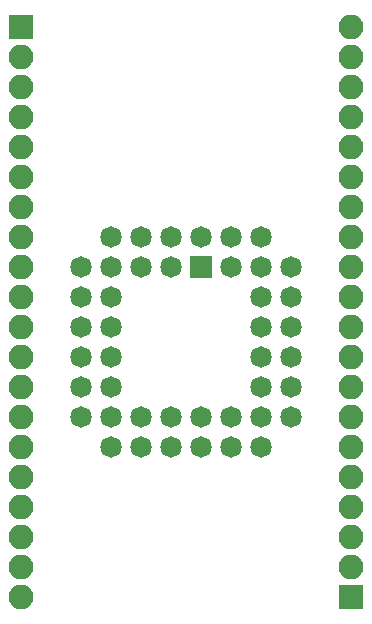
<source format=gbr>
G04 #@! TF.GenerationSoftware,KiCad,Pcbnew,(5.0.0-3-g5ebb6b6)*
G04 #@! TF.CreationDate,2018-09-23T00:30:24+01:00*
G04 #@! TF.ProjectId,BreadboardAdaptor44PinPLCC,4272656164626F61726441646170746F,rev?*
G04 #@! TF.SameCoordinates,Original*
G04 #@! TF.FileFunction,Soldermask,Bot*
G04 #@! TF.FilePolarity,Negative*
%FSLAX46Y46*%
G04 Gerber Fmt 4.6, Leading zero omitted, Abs format (unit mm)*
G04 Created by KiCad (PCBNEW (5.0.0-3-g5ebb6b6)) date Sunday, 23 September 2018 at 00:30:24*
%MOMM*%
%LPD*%
G01*
G04 APERTURE LIST*
%ADD10R,2.100000X2.100000*%
%ADD11O,2.100000X2.100000*%
%ADD12R,1.822400X1.822400*%
%ADD13C,1.822400*%
G04 APERTURE END LIST*
D10*
G04 #@! TO.C,J_1_22_PDIP1*
X158750000Y-77470000D03*
D11*
X158750000Y-80010000D03*
X158750000Y-82550000D03*
X158750000Y-85090000D03*
X158750000Y-87630000D03*
X158750000Y-90170000D03*
X158750000Y-92710000D03*
X158750000Y-95250000D03*
X158750000Y-97790000D03*
X158750000Y-100330000D03*
X158750000Y-102870000D03*
X158750000Y-105410000D03*
X158750000Y-107950000D03*
X158750000Y-110490000D03*
X158750000Y-113030000D03*
X158750000Y-115570000D03*
X158750000Y-118110000D03*
X158750000Y-120650000D03*
X158750000Y-123190000D03*
X158750000Y-125730000D03*
G04 #@! TD*
G04 #@! TO.C,J_23_44_PDIP2*
X186690000Y-77470000D03*
X186690000Y-80010000D03*
X186690000Y-82550000D03*
X186690000Y-85090000D03*
X186690000Y-87630000D03*
X186690000Y-90170000D03*
X186690000Y-92710000D03*
X186690000Y-95250000D03*
X186690000Y-97790000D03*
X186690000Y-100330000D03*
X186690000Y-102870000D03*
X186690000Y-105410000D03*
X186690000Y-107950000D03*
X186690000Y-110490000D03*
X186690000Y-113030000D03*
X186690000Y-115570000D03*
X186690000Y-118110000D03*
X186690000Y-120650000D03*
X186690000Y-123190000D03*
D10*
X186690000Y-125730000D03*
G04 #@! TD*
D12*
G04 #@! TO.C,U_PLCC1*
X173990000Y-97790000D03*
D13*
X171450000Y-97790000D03*
X168910000Y-97790000D03*
X176530000Y-97790000D03*
X179070000Y-97790000D03*
X171450000Y-95250000D03*
X168910000Y-95250000D03*
X166370000Y-95250000D03*
X173990000Y-95250000D03*
X176530000Y-95250000D03*
X166370000Y-97790000D03*
X166370000Y-100330000D03*
X166370000Y-102870000D03*
X166370000Y-105410000D03*
X166370000Y-107950000D03*
X163830000Y-97790000D03*
X163830000Y-100330000D03*
X163830000Y-102870000D03*
X163830000Y-105410000D03*
X163830000Y-107950000D03*
X163830000Y-110490000D03*
X166370000Y-110490000D03*
X168910000Y-110490000D03*
X171450000Y-110490000D03*
X173990000Y-110490000D03*
X176530000Y-110490000D03*
X181610000Y-110490000D03*
X166370000Y-113030000D03*
X168910000Y-113030000D03*
X171450000Y-113030000D03*
X173990000Y-113030000D03*
X176530000Y-113030000D03*
X179070000Y-113030000D03*
X179070000Y-110490000D03*
X179070000Y-107950000D03*
X179070000Y-105410000D03*
X179070000Y-102870000D03*
X179070000Y-100330000D03*
X179070000Y-95250000D03*
X181610000Y-107950000D03*
X181610000Y-105410000D03*
X181610000Y-102870000D03*
X181610000Y-100330000D03*
X181610000Y-97790000D03*
G04 #@! TD*
M02*

</source>
